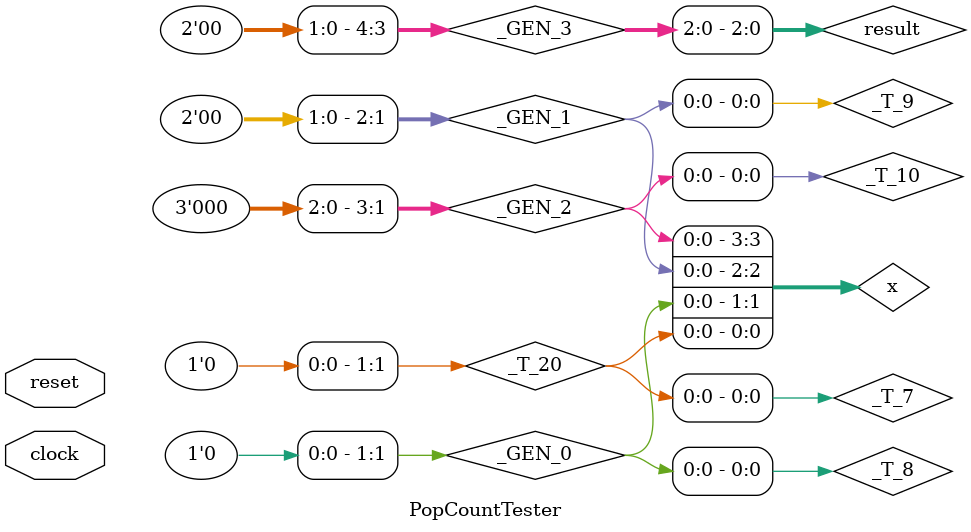
<source format=v>
module PopCountTester(
  input   clock,
  input   reset
);
  reg [3:0] x; // @[PopCount.scala 10:18]
  reg [31:0] _RAND_0;
  wire [3:0] _T_1; // @[PopCount.scala 11:10]
  reg  _T_4; // @[PopCount.scala 12:16]
  reg [31:0] _RAND_1;
  wire  _T_6; // @[PopCount.scala 12:41]
  wire  _T_7; // @[PopCount.scala 14:27]
  wire  _T_8; // @[PopCount.scala 14:27]
  wire  _T_9; // @[PopCount.scala 14:27]
  wire  _T_10; // @[PopCount.scala 14:27]
  wire [1:0] _T_11; // @[Bitwise.scala 47:55]
  wire [1:0] _T_13; // @[Bitwise.scala 47:55]
  wire [2:0] result; // @[Bitwise.scala 47:55]
  wire [1:0] _T_20; // @[PopCount.scala 15:44]
  wire [1:0] _GEN_0; // @[PopCount.scala 15:44]
  wire [2:0] _T_21; // @[PopCount.scala 15:44]
  wire [2:0] _GEN_1; // @[PopCount.scala 15:44]
  wire [3:0] _T_22; // @[PopCount.scala 15:44]
  wire [3:0] _GEN_2; // @[PopCount.scala 15:44]
  wire [4:0] expected; // @[PopCount.scala 15:44]
  wire [4:0] _GEN_3; // @[PopCount.scala 16:17]
  wire  _T_23; // @[PopCount.scala 16:17]
  wire  _T_25; // @[PopCount.scala 16:9]
  wire  _T_26; // @[PopCount.scala 16:9]
  assign _T_1 = x + 4'h1; // @[PopCount.scala 11:10]
  assign _T_6 = reset == 1'h0; // @[PopCount.scala 12:41]
  assign _T_7 = x[0]; // @[PopCount.scala 14:27]
  assign _T_8 = x[1]; // @[PopCount.scala 14:27]
  assign _T_9 = x[2]; // @[PopCount.scala 14:27]
  assign _T_10 = x[3]; // @[PopCount.scala 14:27]
  assign _T_11 = _T_7 + _T_8; // @[Bitwise.scala 47:55]
  assign _T_13 = _T_9 + _T_10; // @[Bitwise.scala 47:55]
  assign result = _T_11 + _T_13; // @[Bitwise.scala 47:55]
  assign _T_20 = {{1'd0}, _T_7}; // @[PopCount.scala 15:44]
  assign _GEN_0 = {{1'd0}, _T_8}; // @[PopCount.scala 15:44]
  assign _T_21 = _T_20 + _GEN_0; // @[PopCount.scala 15:44]
  assign _GEN_1 = {{2'd0}, _T_9}; // @[PopCount.scala 15:44]
  assign _T_22 = _T_21 + _GEN_1; // @[PopCount.scala 15:44]
  assign _GEN_2 = {{3'd0}, _T_10}; // @[PopCount.scala 15:44]
  assign expected = _T_22 + _GEN_2; // @[PopCount.scala 15:44]
  assign _GEN_3 = {{2'd0}, result}; // @[PopCount.scala 16:17]
  assign _T_23 = _GEN_3 == expected; // @[PopCount.scala 16:17]
  assign _T_25 = _T_23 | reset; // @[PopCount.scala 16:9]
  assign _T_26 = _T_25 == 1'h0; // @[PopCount.scala 16:9]
`ifdef RANDOMIZE_GARBAGE_ASSIGN
`define RANDOMIZE
`endif
`ifdef RANDOMIZE_INVALID_ASSIGN
`define RANDOMIZE
`endif
`ifdef RANDOMIZE_REG_INIT
`define RANDOMIZE
`endif
`ifdef RANDOMIZE_MEM_INIT
`define RANDOMIZE
`endif
`ifndef RANDOM
`define RANDOM $random
`endif
`ifdef RANDOMIZE_MEM_INIT
  integer initvar;
`endif
initial begin
  `ifdef RANDOMIZE
    `ifdef INIT_RANDOM
      `INIT_RANDOM
    `endif
    `ifndef VERILATOR
      `ifdef RANDOMIZE_DELAY
        #`RANDOMIZE_DELAY begin end
      `else
        #0.002 begin end
      `endif
    `endif
  `ifdef RANDOMIZE_REG_INIT
  _RAND_0 = {1{`RANDOM}};
  x = _RAND_0[3:0];
  `endif // RANDOMIZE_REG_INIT
  `ifdef RANDOMIZE_REG_INIT
  _RAND_1 = {1{`RANDOM}};
  _T_4 = _RAND_1[0:0];
  `endif // RANDOMIZE_REG_INIT
  `endif // RANDOMIZE
end
  always @(posedge clock) begin
    if (reset) begin
      x <= 4'h0;
    end else begin
      x <= _T_1;
    end
    _T_4 <= x == 4'hf;
    `ifndef SYNTHESIS
    `ifdef STOP_COND
      if (`STOP_COND) begin
    `endif
        if (_T_4 & _T_6) begin
          $finish; // @[PopCount.scala 12:41]
        end
    `ifdef STOP_COND
      end
    `endif
    `endif // SYNTHESIS
    `ifndef SYNTHESIS
    `ifdef PRINTF_COND
      if (`PRINTF_COND) begin
    `endif
        if (_T_26) begin
          $fwrite(32'h80000002,"Assertion failed\n    at PopCount.scala:16 assert(result === expected)\n"); // @[PopCount.scala 16:9]
        end
    `ifdef PRINTF_COND
      end
    `endif
    `endif // SYNTHESIS
    `ifndef SYNTHESIS
    `ifdef STOP_COND
      if (`STOP_COND) begin
    `endif
        if (_T_26) begin
          $fatal; // @[PopCount.scala 16:9]
        end
    `ifdef STOP_COND
      end
    `endif
    `endif // SYNTHESIS
  end
endmodule

</source>
